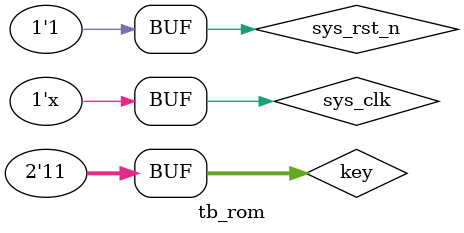
<source format=v>
`timescale  1ns/1ns

module  tb_rom();

//********************************************************************//
//****************** Parameter and Internal Signal *******************//
//********************************************************************//

//wire  define
wire    stcp;
wire    shcp;
wire    ds  ;
wire    oe  ;

//reg   define
reg         sys_clk     ;
reg         sys_rst_n   ;
reg [1:0]   key         ;

//********************************************************************//
//***************************** Main Code ****************************//
//********************************************************************//

//对sys_clk,sys_rst赋初值，并模拟按键抖动
initial
    begin
            sys_clk     =   1'b1 ;
            sys_rst_n   <=  1'b0 ;
            key         <=  2'b11;
    #200    sys_rst_n   <=  1'b1 ;
//按下按键key[0]
    #2000000    key[0]      <=  1'b0;//按下按键
    #20         key[0]      <=  1'b1;//模拟抖动
    #20         key[0]      <=  1'b0;//模拟抖动
    #20         key[0]      <=  1'b1;//模拟抖动
    #20         key[0]      <=  1'b0;//模拟抖动
    #200        key[0]      <=  1'b1;//松开按键
    #20         key[0]      <=  1'b0;//模拟抖动
    #20         key[0]      <=  1'b1;//模拟抖动
    #20         key[0]      <=  1'b0;//模拟抖动
    #20         key[0]      <=  1'b1;//模拟抖动
//按下按键key[1]
    #2000000    key[1]      <=  1'b0;//按下按键
    #20         key[1]      <=  1'b1;//模拟抖动
    #20         key[1]      <=  1'b0;//模拟抖动
    #20         key[1]      <=  1'b1;//模拟抖动
    #20         key[1]      <=  1'b0;//模拟抖动
    #200        key[1]      <=  1'b1;//松开按键
    #20         key[1]      <=  1'b0;//模拟抖动
    #20         key[1]      <=  1'b1;//模拟抖动
    #20         key[1]      <=  1'b0;//模拟抖动
    #20         key[1]      <=  1'b1;//模拟抖动
//按下按键key[1]
    #2000000    key[1]      <=  1'b0;//按下按键
    #20         key[1]      <=  1'b1;//模拟抖动
    #20         key[1]      <=  1'b0;//模拟抖动
    #20         key[1]      <=  1'b1;//模拟抖动
    #20         key[1]      <=  1'b0;//模拟抖动
    #200        key[1]      <=  1'b1;//松开按键
    #20         key[1]      <=  1'b0;//模拟抖动
    #20         key[1]      <=  1'b1;//模拟抖动
    #20         key[1]      <=  1'b0;//模拟抖动
    #20         key[1]      <=  1'b1;//模拟抖动
//按下按键key[1]
    #2000000    key[1]      <=  1'b0;//按下按键
    #20         key[1]      <=  1'b1;//模拟抖动
    #20         key[1]      <=  1'b0;//模拟抖动
    #20         key[1]      <=  1'b1;//模拟抖动
    #20         key[1]      <=  1'b0;//模拟抖动
    #200        key[1]      <=  1'b1;//松开按键
    #20         key[1]      <=  1'b0;//模拟抖动
    #20         key[1]      <=  1'b1;//模拟抖动
    #20         key[1]      <=  1'b0;//模拟抖动
    #20         key[1]      <=  1'b1;//模拟抖动
//按下按键key[0]
    #2000000    key[0]      <=  1'b0;//按下按键
    #20         key[0]      <=  1'b1;//模拟抖动
    #20         key[0]      <=  1'b0;//模拟抖动
    #20         key[0]      <=  1'b1;//模拟抖动
    #20         key[0]      <=  1'b0;//模拟抖动
    #200        key[0]      <=  1'b1;//松开按键
    #20         key[0]      <=  1'b0;//模拟抖动
    #20         key[0]      <=  1'b1;//模拟抖动
    #20         key[0]      <=  1'b0;//模拟抖动
    #20         key[0]      <=  1'b1;//模拟抖动
//按下按键key[0]
    #2000000    key[0]      <=  1'b0;//按下按键
    #20         key[0]      <=  1'b1;//模拟抖动
    #20         key[0]      <=  1'b0;//模拟抖动
    #20         key[0]      <=  1'b1;//模拟抖动
    #20         key[0]      <=  1'b0;//模拟抖动
    #200        key[0]      <=  1'b1;//松开按键
    #20         key[0]      <=  1'b0;//模拟抖动
    #20         key[0]      <=  1'b1;//模拟抖动
    #20         key[0]      <=  1'b0;//模拟抖动
    #20         key[0]      <=  1'b1;//模拟抖动
    end
    
//sys_clk:模拟系统时钟，每10ns电平取反一次，周期为20ns，频率为50Mhz
always  #10 sys_clk =   ~sys_clk;

//重新定义参数值，缩短仿真时间仿真
defparam    rom_inst.key1_filter_inst.CNT_MAX   =   5 ;
defparam    rom_inst.key2_filter_inst.CNT_MAX   =   5 ;
defparam    rom_inst.rom_ctrl_inst.CNT_MAX      =   99;

//********************************************************************//
//*************************** Instantiation **************************//
//********************************************************************//

//---------------rom_inst--------------
rom rom_inst
(
    .sys_clk     (sys_clk   ),   //系统时钟，频率50MHz
    .sys_rst_n   (sys_rst_n ),   //复位信号，低电平有效
    .key         (key       ),   //输入按键信号

    .stcp        (stcp      ), //输出数据存储寄时钟
    .shcp        (shcp      ), //移位寄存器的时钟输入
    .ds          (ds        ), //串行数据输入
    .oe          (oe        )  //输出使能信号

);

endmodule

</source>
